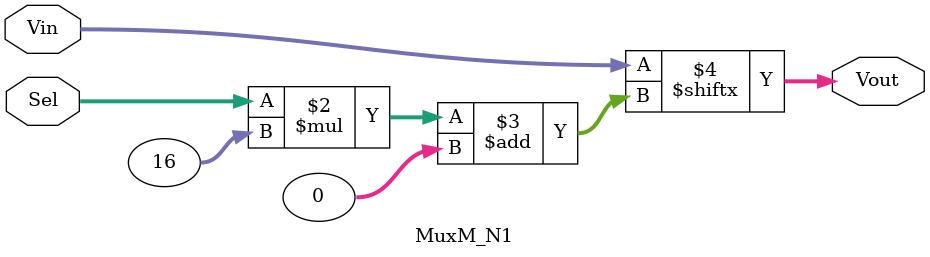
<source format=v>
`timescale 1ns / 1ps


module MuxM_N1 #(
        parameter N = 4,
        parameter M = 16
    )(
        Vin,
        Sel,
        Vout
    );

    input [(M*N)-1:0] Vin;
    input [$clog2(N)-1:0] Sel;
    output reg [M-1:0] Vout;

    always @(Vin, Sel) begin
        Vout <= Vin[Sel*M +:M];
    end

endmodule
</source>
